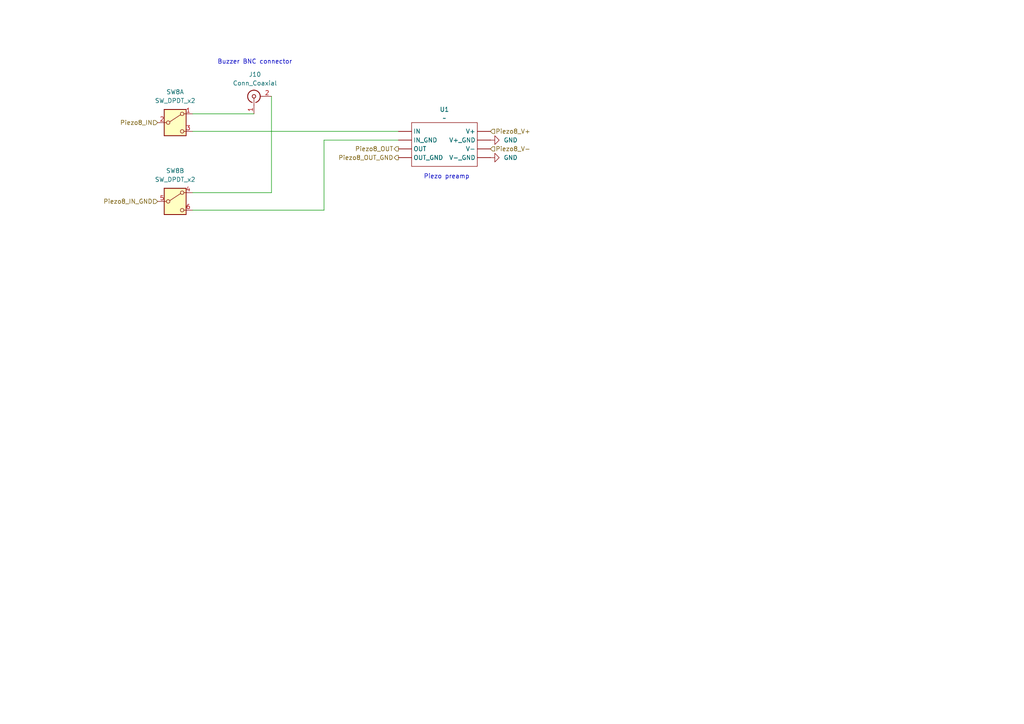
<source format=kicad_sch>
(kicad_sch
	(version 20231120)
	(generator "eeschema")
	(generator_version "8.0")
	(uuid "25a336f1-e101-46ae-9408-614cb1d231f6")
	(paper "A4")
	(title_block
		(title "Piezo fuse box")
		(date "2024-06-21")
		(rev "v0")
		(company "SBC")
		(comment 1 "Zhiheng Sheng")
	)
	(lib_symbols
		(symbol "Connector:Conn_Coaxial"
			(pin_names
				(offset 1.016) hide)
			(exclude_from_sim no)
			(in_bom yes)
			(on_board yes)
			(property "Reference" "J"
				(at 0.254 3.048 0)
				(effects
					(font
						(size 1.27 1.27)
					)
				)
			)
			(property "Value" "Conn_Coaxial"
				(at 2.921 0 90)
				(effects
					(font
						(size 1.27 1.27)
					)
				)
			)
			(property "Footprint" ""
				(at 0 0 0)
				(effects
					(font
						(size 1.27 1.27)
					)
					(hide yes)
				)
			)
			(property "Datasheet" "~"
				(at 0 0 0)
				(effects
					(font
						(size 1.27 1.27)
					)
					(hide yes)
				)
			)
			(property "Description" "coaxial connector (BNC, SMA, SMB, SMC, Cinch/RCA, LEMO, ...)"
				(at 0 0 0)
				(effects
					(font
						(size 1.27 1.27)
					)
					(hide yes)
				)
			)
			(property "ki_keywords" "BNC SMA SMB SMC LEMO coaxial connector CINCH RCA MCX MMCX U.FL UMRF"
				(at 0 0 0)
				(effects
					(font
						(size 1.27 1.27)
					)
					(hide yes)
				)
			)
			(property "ki_fp_filters" "*BNC* *SMA* *SMB* *SMC* *Cinch* *LEMO* *UMRF* *MCX* *U.FL*"
				(at 0 0 0)
				(effects
					(font
						(size 1.27 1.27)
					)
					(hide yes)
				)
			)
			(symbol "Conn_Coaxial_0_1"
				(arc
					(start -1.778 -0.508)
					(mid 0.2311 -1.8066)
					(end 1.778 0)
					(stroke
						(width 0.254)
						(type default)
					)
					(fill
						(type none)
					)
				)
				(polyline
					(pts
						(xy -2.54 0) (xy -0.508 0)
					)
					(stroke
						(width 0)
						(type default)
					)
					(fill
						(type none)
					)
				)
				(polyline
					(pts
						(xy 0 -2.54) (xy 0 -1.778)
					)
					(stroke
						(width 0)
						(type default)
					)
					(fill
						(type none)
					)
				)
				(circle
					(center 0 0)
					(radius 0.508)
					(stroke
						(width 0.2032)
						(type default)
					)
					(fill
						(type none)
					)
				)
				(arc
					(start 1.778 0)
					(mid 0.2099 1.8101)
					(end -1.778 0.508)
					(stroke
						(width 0.254)
						(type default)
					)
					(fill
						(type none)
					)
				)
			)
			(symbol "Conn_Coaxial_1_1"
				(pin passive line
					(at -5.08 0 0)
					(length 2.54)
					(name "In"
						(effects
							(font
								(size 1.27 1.27)
							)
						)
					)
					(number "1"
						(effects
							(font
								(size 1.27 1.27)
							)
						)
					)
				)
				(pin passive line
					(at 0 -5.08 90)
					(length 2.54)
					(name "Ext"
						(effects
							(font
								(size 1.27 1.27)
							)
						)
					)
					(number "2"
						(effects
							(font
								(size 1.27 1.27)
							)
						)
					)
				)
			)
		)
		(symbol "Switch:SW_DPDT_x2"
			(pin_names
				(offset 0) hide)
			(exclude_from_sim no)
			(in_bom yes)
			(on_board yes)
			(property "Reference" "SW"
				(at 0 5.08 0)
				(effects
					(font
						(size 1.27 1.27)
					)
				)
			)
			(property "Value" "SW_DPDT_x2"
				(at 0 -5.08 0)
				(effects
					(font
						(size 1.27 1.27)
					)
				)
			)
			(property "Footprint" ""
				(at 0 0 0)
				(effects
					(font
						(size 1.27 1.27)
					)
					(hide yes)
				)
			)
			(property "Datasheet" "~"
				(at 0 0 0)
				(effects
					(font
						(size 1.27 1.27)
					)
					(hide yes)
				)
			)
			(property "Description" "Switch, dual pole double throw, separate symbols"
				(at 0 0 0)
				(effects
					(font
						(size 1.27 1.27)
					)
					(hide yes)
				)
			)
			(property "ki_keywords" "switch dual-pole double-throw DPDT spdt ON-ON"
				(at 0 0 0)
				(effects
					(font
						(size 1.27 1.27)
					)
					(hide yes)
				)
			)
			(property "ki_fp_filters" "SW*DPDT*"
				(at 0 0 0)
				(effects
					(font
						(size 1.27 1.27)
					)
					(hide yes)
				)
			)
			(symbol "SW_DPDT_x2_0_0"
				(circle
					(center -2.032 0)
					(radius 0.508)
					(stroke
						(width 0)
						(type default)
					)
					(fill
						(type none)
					)
				)
				(circle
					(center 2.032 -2.54)
					(radius 0.508)
					(stroke
						(width 0)
						(type default)
					)
					(fill
						(type none)
					)
				)
			)
			(symbol "SW_DPDT_x2_0_1"
				(rectangle
					(start -3.175 3.81)
					(end 3.175 -3.81)
					(stroke
						(width 0.254)
						(type default)
					)
					(fill
						(type background)
					)
				)
				(polyline
					(pts
						(xy -1.524 0.254) (xy 1.5748 2.286)
					)
					(stroke
						(width 0)
						(type default)
					)
					(fill
						(type none)
					)
				)
				(circle
					(center 2.032 2.54)
					(radius 0.508)
					(stroke
						(width 0)
						(type default)
					)
					(fill
						(type none)
					)
				)
			)
			(symbol "SW_DPDT_x2_1_1"
				(pin passive line
					(at 5.08 2.54 180)
					(length 2.54)
					(name "A"
						(effects
							(font
								(size 1.27 1.27)
							)
						)
					)
					(number "1"
						(effects
							(font
								(size 1.27 1.27)
							)
						)
					)
				)
				(pin passive line
					(at -5.08 0 0)
					(length 2.54)
					(name "B"
						(effects
							(font
								(size 1.27 1.27)
							)
						)
					)
					(number "2"
						(effects
							(font
								(size 1.27 1.27)
							)
						)
					)
				)
				(pin passive line
					(at 5.08 -2.54 180)
					(length 2.54)
					(name "C"
						(effects
							(font
								(size 1.27 1.27)
							)
						)
					)
					(number "3"
						(effects
							(font
								(size 1.27 1.27)
							)
						)
					)
				)
			)
			(symbol "SW_DPDT_x2_2_1"
				(pin passive line
					(at 5.08 2.54 180)
					(length 2.54)
					(name "A"
						(effects
							(font
								(size 1.27 1.27)
							)
						)
					)
					(number "4"
						(effects
							(font
								(size 1.27 1.27)
							)
						)
					)
				)
				(pin passive line
					(at -5.08 0 0)
					(length 2.54)
					(name "B"
						(effects
							(font
								(size 1.27 1.27)
							)
						)
					)
					(number "5"
						(effects
							(font
								(size 1.27 1.27)
							)
						)
					)
				)
				(pin passive line
					(at 5.08 -2.54 180)
					(length 2.54)
					(name "C"
						(effects
							(font
								(size 1.27 1.27)
							)
						)
					)
					(number "6"
						(effects
							(font
								(size 1.27 1.27)
							)
						)
					)
				)
			)
		)
		(symbol "led_driver:Piezo_Preamp"
			(exclude_from_sim no)
			(in_bom yes)
			(on_board yes)
			(property "Reference" "U"
				(at 0 7.62 0)
				(effects
					(font
						(size 1.27 1.27)
					)
				)
			)
			(property "Value" ""
				(at -3.81 7.62 0)
				(effects
					(font
						(size 1.27 1.27)
					)
				)
			)
			(property "Footprint" ""
				(at -3.81 7.62 0)
				(effects
					(font
						(size 1.27 1.27)
					)
					(hide yes)
				)
			)
			(property "Datasheet" ""
				(at -3.81 7.62 0)
				(effects
					(font
						(size 1.27 1.27)
					)
					(hide yes)
				)
			)
			(property "Description" ""
				(at -3.81 7.62 0)
				(effects
					(font
						(size 1.27 1.27)
					)
					(hide yes)
				)
			)
			(symbol "Piezo_Preamp_0_1"
				(rectangle
					(start -10.16 6.35)
					(end 8.89 -6.35)
					(stroke
						(width 0)
						(type default)
					)
					(fill
						(type none)
					)
				)
			)
			(symbol "Piezo_Preamp_1_1"
				(pin input line
					(at -13.97 3.81 0)
					(length 3.81)
					(name "IN"
						(effects
							(font
								(size 1.27 1.27)
							)
						)
					)
					(number ""
						(effects
							(font
								(size 1.27 1.27)
							)
						)
					)
				)
				(pin input line
					(at -13.97 1.27 0)
					(length 3.81)
					(name "IN_GND"
						(effects
							(font
								(size 1.27 1.27)
							)
						)
					)
					(number ""
						(effects
							(font
								(size 1.27 1.27)
							)
						)
					)
				)
				(pin input line
					(at -13.97 -1.27 0)
					(length 3.81)
					(name "OUT"
						(effects
							(font
								(size 1.27 1.27)
							)
						)
					)
					(number ""
						(effects
							(font
								(size 1.27 1.27)
							)
						)
					)
				)
				(pin input line
					(at -13.97 -3.81 0)
					(length 3.81)
					(name "OUT_GND"
						(effects
							(font
								(size 1.27 1.27)
							)
						)
					)
					(number ""
						(effects
							(font
								(size 1.27 1.27)
							)
						)
					)
				)
				(pin input line
					(at 12.7 3.81 180)
					(length 3.81)
					(name "V+"
						(effects
							(font
								(size 1.27 1.27)
							)
						)
					)
					(number ""
						(effects
							(font
								(size 1.27 1.27)
							)
						)
					)
				)
				(pin input line
					(at 12.7 1.27 180)
					(length 3.81)
					(name "V+_GND"
						(effects
							(font
								(size 1.27 1.27)
							)
						)
					)
					(number ""
						(effects
							(font
								(size 1.27 1.27)
							)
						)
					)
				)
				(pin input line
					(at 12.7 -1.27 180)
					(length 3.81)
					(name "V-"
						(effects
							(font
								(size 1.27 1.27)
							)
						)
					)
					(number ""
						(effects
							(font
								(size 1.27 1.27)
							)
						)
					)
				)
				(pin input line
					(at 12.7 -3.81 180)
					(length 3.81)
					(name "V-_GND"
						(effects
							(font
								(size 1.27 1.27)
							)
						)
					)
					(number ""
						(effects
							(font
								(size 1.27 1.27)
							)
						)
					)
				)
			)
		)
		(symbol "power:GND"
			(power)
			(pin_numbers hide)
			(pin_names
				(offset 0) hide)
			(exclude_from_sim no)
			(in_bom yes)
			(on_board yes)
			(property "Reference" "#PWR"
				(at 0 -6.35 0)
				(effects
					(font
						(size 1.27 1.27)
					)
					(hide yes)
				)
			)
			(property "Value" "GND"
				(at 0 -3.81 0)
				(effects
					(font
						(size 1.27 1.27)
					)
				)
			)
			(property "Footprint" ""
				(at 0 0 0)
				(effects
					(font
						(size 1.27 1.27)
					)
					(hide yes)
				)
			)
			(property "Datasheet" ""
				(at 0 0 0)
				(effects
					(font
						(size 1.27 1.27)
					)
					(hide yes)
				)
			)
			(property "Description" "Power symbol creates a global label with name \"GND\" , ground"
				(at 0 0 0)
				(effects
					(font
						(size 1.27 1.27)
					)
					(hide yes)
				)
			)
			(property "ki_keywords" "global power"
				(at 0 0 0)
				(effects
					(font
						(size 1.27 1.27)
					)
					(hide yes)
				)
			)
			(symbol "GND_0_1"
				(polyline
					(pts
						(xy 0 0) (xy 0 -1.27) (xy 1.27 -1.27) (xy 0 -2.54) (xy -1.27 -1.27) (xy 0 -1.27)
					)
					(stroke
						(width 0)
						(type default)
					)
					(fill
						(type none)
					)
				)
			)
			(symbol "GND_1_1"
				(pin power_in line
					(at 0 0 270)
					(length 0)
					(name "~"
						(effects
							(font
								(size 1.27 1.27)
							)
						)
					)
					(number "1"
						(effects
							(font
								(size 1.27 1.27)
							)
						)
					)
				)
			)
		)
	)
	(wire
		(pts
			(xy 93.98 40.64) (xy 93.98 60.96)
		)
		(stroke
			(width 0)
			(type default)
		)
		(uuid "1da7545a-29eb-47a1-9e6c-8f537fe870a1")
	)
	(wire
		(pts
			(xy 78.74 55.88) (xy 55.88 55.88)
		)
		(stroke
			(width 0)
			(type default)
		)
		(uuid "2aae30ad-e607-47fe-a8ff-f661078d7e67")
	)
	(wire
		(pts
			(xy 55.88 60.96) (xy 93.98 60.96)
		)
		(stroke
			(width 0)
			(type default)
		)
		(uuid "372409f4-2f39-4b8d-a3f7-c3f8c160d423")
	)
	(wire
		(pts
			(xy 115.57 40.64) (xy 93.98 40.64)
		)
		(stroke
			(width 0)
			(type default)
		)
		(uuid "44ccb31c-612c-4aa6-9321-5f132429e47d")
	)
	(wire
		(pts
			(xy 55.88 38.1) (xy 115.57 38.1)
		)
		(stroke
			(width 0)
			(type default)
		)
		(uuid "55d99bb7-4223-4f60-97ad-a5199d85cc5f")
	)
	(wire
		(pts
			(xy 78.74 27.94) (xy 78.74 55.88)
		)
		(stroke
			(width 0)
			(type default)
		)
		(uuid "f2f6fe47-a9f9-46ea-8a3a-ef3651e1be6b")
	)
	(wire
		(pts
			(xy 55.88 33.02) (xy 73.66 33.02)
		)
		(stroke
			(width 0)
			(type default)
		)
		(uuid "f9251a1b-5e9e-41d6-9e64-09b87c2640ab")
	)
	(text "Buzzer BNC connector"
		(exclude_from_sim no)
		(at 73.914 18.034 0)
		(effects
			(font
				(size 1.27 1.27)
			)
		)
		(uuid "01682e2b-4b6a-440d-a191-85e384aae2b9")
	)
	(text "Piezo preamp"
		(exclude_from_sim no)
		(at 129.54 51.308 0)
		(effects
			(font
				(size 1.27 1.27)
			)
		)
		(uuid "d0855cc9-9087-4180-88a4-bcb1774f26db")
	)
	(hierarchical_label "Piezo8_V+"
		(shape input)
		(at 142.24 38.1 0)
		(fields_autoplaced yes)
		(effects
			(font
				(size 1.27 1.27)
			)
			(justify left)
		)
		(uuid "0ba5a44f-eedd-4469-8e85-0cbcc76e05b0")
	)
	(hierarchical_label "Piezo8_OUT_GND"
		(shape output)
		(at 115.57 45.72 180)
		(fields_autoplaced yes)
		(effects
			(font
				(size 1.27 1.27)
			)
			(justify right)
		)
		(uuid "35c5809d-5463-4a77-a401-7c7c2de8f514")
	)
	(hierarchical_label "Piezo8_OUT"
		(shape output)
		(at 115.57 43.18 180)
		(fields_autoplaced yes)
		(effects
			(font
				(size 1.27 1.27)
			)
			(justify right)
		)
		(uuid "682cf223-c4f4-409b-b4db-fbdd84b61a9f")
	)
	(hierarchical_label "Piezo8_IN"
		(shape input)
		(at 45.72 35.56 180)
		(fields_autoplaced yes)
		(effects
			(font
				(size 1.27 1.27)
			)
			(justify right)
		)
		(uuid "83edc5de-303a-4079-8d88-9a69dfaa2cb9")
	)
	(hierarchical_label "Piezo8_V-"
		(shape input)
		(at 142.24 43.18 0)
		(fields_autoplaced yes)
		(effects
			(font
				(size 1.27 1.27)
			)
			(justify left)
		)
		(uuid "f73ba434-5633-425d-873a-6fcc23752edf")
	)
	(hierarchical_label "Piezo8_IN_GND"
		(shape input)
		(at 45.72 58.42 180)
		(fields_autoplaced yes)
		(effects
			(font
				(size 1.27 1.27)
			)
			(justify right)
		)
		(uuid "f8051ab7-4f20-4282-9327-590f5ba46142")
	)
	(symbol
		(lib_id "power:GND")
		(at 142.24 45.72 90)
		(unit 1)
		(exclude_from_sim no)
		(in_bom yes)
		(on_board yes)
		(dnp no)
		(fields_autoplaced yes)
		(uuid "39cdb755-e9b8-444c-8811-ac753d8f1d9c")
		(property "Reference" "#PWR026"
			(at 148.59 45.72 0)
			(effects
				(font
					(size 1.27 1.27)
				)
				(hide yes)
			)
		)
		(property "Value" "GND"
			(at 146.05 45.7199 90)
			(effects
				(font
					(size 1.27 1.27)
				)
				(justify right)
			)
		)
		(property "Footprint" ""
			(at 142.24 45.72 0)
			(effects
				(font
					(size 1.27 1.27)
				)
				(hide yes)
			)
		)
		(property "Datasheet" ""
			(at 142.24 45.72 0)
			(effects
				(font
					(size 1.27 1.27)
				)
				(hide yes)
			)
		)
		(property "Description" "Power symbol creates a global label with name \"GND\" , ground"
			(at 142.24 45.72 0)
			(effects
				(font
					(size 1.27 1.27)
				)
				(hide yes)
			)
		)
		(pin "1"
			(uuid "121626f0-bba4-4b9f-8f8c-a03fbf0d7a61")
		)
		(instances
			(project "piezo_fuse_box"
				(path "/b2bf96dd-c53b-4c67-a44e-e13de2f06829/cf84b5aa-23ef-4c07-8848-f5ca69bb0763"
					(reference "#PWR026")
					(unit 1)
				)
			)
		)
	)
	(symbol
		(lib_id "Connector:Conn_Coaxial")
		(at 73.66 27.94 90)
		(unit 1)
		(exclude_from_sim no)
		(in_bom yes)
		(on_board yes)
		(dnp no)
		(fields_autoplaced yes)
		(uuid "b72f68e1-beaa-438b-9f08-50f44b98d1fe")
		(property "Reference" "J10"
			(at 73.9532 21.59 90)
			(effects
				(font
					(size 1.27 1.27)
				)
			)
		)
		(property "Value" "Conn_Coaxial"
			(at 73.9532 24.13 90)
			(effects
				(font
					(size 1.27 1.27)
				)
			)
		)
		(property "Footprint" ""
			(at 73.66 27.94 0)
			(effects
				(font
					(size 1.27 1.27)
				)
				(hide yes)
			)
		)
		(property "Datasheet" "~"
			(at 73.66 27.94 0)
			(effects
				(font
					(size 1.27 1.27)
				)
				(hide yes)
			)
		)
		(property "Description" "coaxial connector (BNC, SMA, SMB, SMC, Cinch/RCA, LEMO, ...)"
			(at 73.66 27.94 0)
			(effects
				(font
					(size 1.27 1.27)
				)
				(hide yes)
			)
		)
		(pin "1"
			(uuid "8bbf3c2d-1a69-43fd-97ee-ce56d9dd2af9")
		)
		(pin "2"
			(uuid "35710d4a-0c8d-4acb-b7c8-34f8a4a4264f")
		)
		(instances
			(project ""
				(path "/b2bf96dd-c53b-4c67-a44e-e13de2f06829/cf84b5aa-23ef-4c07-8848-f5ca69bb0763"
					(reference "J10")
					(unit 1)
				)
			)
		)
	)
	(symbol
		(lib_id "led_driver:Piezo_Preamp")
		(at 129.54 41.91 0)
		(unit 1)
		(exclude_from_sim no)
		(in_bom yes)
		(on_board yes)
		(dnp no)
		(fields_autoplaced yes)
		(uuid "bf790be2-14f4-47a1-a3a9-4b38e1d7f200")
		(property "Reference" "U1"
			(at 128.905 31.75 0)
			(effects
				(font
					(size 1.27 1.27)
				)
			)
		)
		(property "Value" "~"
			(at 128.905 34.29 0)
			(effects
				(font
					(size 1.27 1.27)
				)
			)
		)
		(property "Footprint" ""
			(at 125.73 34.29 0)
			(effects
				(font
					(size 1.27 1.27)
				)
				(hide yes)
			)
		)
		(property "Datasheet" ""
			(at 125.73 34.29 0)
			(effects
				(font
					(size 1.27 1.27)
				)
				(hide yes)
			)
		)
		(property "Description" ""
			(at 125.73 34.29 0)
			(effects
				(font
					(size 1.27 1.27)
				)
				(hide yes)
			)
		)
		(pin ""
			(uuid "cb15470a-82b5-4477-b128-276fe9108fba")
		)
		(pin ""
			(uuid "4646aed4-8060-44df-8620-ca8ee92660b9")
		)
		(pin ""
			(uuid "d0f87e1f-5257-4f5d-a4d9-d3fba9dc7d94")
		)
		(pin ""
			(uuid "5003c272-63c5-43bc-967c-b853e91ce07b")
		)
		(pin ""
			(uuid "b61732eb-87d4-475d-a3fd-958413fb28ca")
		)
		(pin ""
			(uuid "3e7ba0b8-443f-4911-ab2c-4f18d453e2be")
		)
		(pin ""
			(uuid "fc7d9619-32fc-4717-bc59-899c9b0f714c")
		)
		(pin ""
			(uuid "69db8706-fefc-433c-b1c9-f1c7ca9e00f7")
		)
		(instances
			(project ""
				(path "/b2bf96dd-c53b-4c67-a44e-e13de2f06829/cf84b5aa-23ef-4c07-8848-f5ca69bb0763"
					(reference "U1")
					(unit 1)
				)
			)
		)
	)
	(symbol
		(lib_id "power:GND")
		(at 142.24 40.64 90)
		(unit 1)
		(exclude_from_sim no)
		(in_bom yes)
		(on_board yes)
		(dnp no)
		(fields_autoplaced yes)
		(uuid "d1013c9b-d428-4722-b3e1-81c4431bb50d")
		(property "Reference" "#PWR025"
			(at 148.59 40.64 0)
			(effects
				(font
					(size 1.27 1.27)
				)
				(hide yes)
			)
		)
		(property "Value" "GND"
			(at 146.05 40.6399 90)
			(effects
				(font
					(size 1.27 1.27)
				)
				(justify right)
			)
		)
		(property "Footprint" ""
			(at 142.24 40.64 0)
			(effects
				(font
					(size 1.27 1.27)
				)
				(hide yes)
			)
		)
		(property "Datasheet" ""
			(at 142.24 40.64 0)
			(effects
				(font
					(size 1.27 1.27)
				)
				(hide yes)
			)
		)
		(property "Description" "Power symbol creates a global label with name \"GND\" , ground"
			(at 142.24 40.64 0)
			(effects
				(font
					(size 1.27 1.27)
				)
				(hide yes)
			)
		)
		(pin "1"
			(uuid "41f3b606-81a2-454b-8f25-0c59b0570aff")
		)
		(instances
			(project ""
				(path "/b2bf96dd-c53b-4c67-a44e-e13de2f06829/cf84b5aa-23ef-4c07-8848-f5ca69bb0763"
					(reference "#PWR025")
					(unit 1)
				)
			)
		)
	)
	(symbol
		(lib_id "Switch:SW_DPDT_x2")
		(at 50.8 35.56 0)
		(unit 1)
		(exclude_from_sim no)
		(in_bom yes)
		(on_board yes)
		(dnp no)
		(fields_autoplaced yes)
		(uuid "f6fb35f9-6674-449d-b0ba-f57a062efcea")
		(property "Reference" "SW8"
			(at 50.8 26.67 0)
			(effects
				(font
					(size 1.27 1.27)
				)
			)
		)
		(property "Value" "SW_DPDT_x2"
			(at 50.8 29.21 0)
			(effects
				(font
					(size 1.27 1.27)
				)
			)
		)
		(property "Footprint" ""
			(at 50.8 35.56 0)
			(effects
				(font
					(size 1.27 1.27)
				)
				(hide yes)
			)
		)
		(property "Datasheet" "~"
			(at 50.8 35.56 0)
			(effects
				(font
					(size 1.27 1.27)
				)
				(hide yes)
			)
		)
		(property "Description" "Switch, dual pole double throw, separate symbols"
			(at 50.8 35.56 0)
			(effects
				(font
					(size 1.27 1.27)
				)
				(hide yes)
			)
		)
		(pin "3"
			(uuid "0c74997e-78f6-4926-8bbf-ed1ab115b254")
		)
		(pin "4"
			(uuid "d5d29028-ae1f-4b47-9051-4fe915c7492d")
		)
		(pin "1"
			(uuid "771b3c1c-840e-44fb-ae86-79f6c6a0a6a7")
		)
		(pin "6"
			(uuid "2a797c52-1a42-4262-b0c7-1e49b5cebaa8")
		)
		(pin "2"
			(uuid "c2c646d5-51ba-42fa-b752-c4da5cb92b7e")
		)
		(pin "5"
			(uuid "76a4163e-ba35-4940-b246-7ff3cdbc8f13")
		)
		(instances
			(project ""
				(path "/b2bf96dd-c53b-4c67-a44e-e13de2f06829/cf84b5aa-23ef-4c07-8848-f5ca69bb0763"
					(reference "SW8")
					(unit 1)
				)
			)
		)
	)
	(symbol
		(lib_id "Switch:SW_DPDT_x2")
		(at 50.8 58.42 0)
		(unit 2)
		(exclude_from_sim no)
		(in_bom yes)
		(on_board yes)
		(dnp no)
		(fields_autoplaced yes)
		(uuid "f7771514-42d0-4818-a619-2df6df3837bd")
		(property "Reference" "SW8"
			(at 50.8 49.53 0)
			(effects
				(font
					(size 1.27 1.27)
				)
			)
		)
		(property "Value" "SW_DPDT_x2"
			(at 50.8 52.07 0)
			(effects
				(font
					(size 1.27 1.27)
				)
			)
		)
		(property "Footprint" ""
			(at 50.8 58.42 0)
			(effects
				(font
					(size 1.27 1.27)
				)
				(hide yes)
			)
		)
		(property "Datasheet" "~"
			(at 50.8 58.42 0)
			(effects
				(font
					(size 1.27 1.27)
				)
				(hide yes)
			)
		)
		(property "Description" "Switch, dual pole double throw, separate symbols"
			(at 50.8 58.42 0)
			(effects
				(font
					(size 1.27 1.27)
				)
				(hide yes)
			)
		)
		(pin "3"
			(uuid "0c74997e-78f6-4926-8bbf-ed1ab115b255")
		)
		(pin "4"
			(uuid "d5d29028-ae1f-4b47-9051-4fe915c7492e")
		)
		(pin "1"
			(uuid "771b3c1c-840e-44fb-ae86-79f6c6a0a6a8")
		)
		(pin "6"
			(uuid "2a797c52-1a42-4262-b0c7-1e49b5cebaa9")
		)
		(pin "2"
			(uuid "c2c646d5-51ba-42fa-b752-c4da5cb92b7f")
		)
		(pin "5"
			(uuid "76a4163e-ba35-4940-b246-7ff3cdbc8f14")
		)
		(instances
			(project ""
				(path "/b2bf96dd-c53b-4c67-a44e-e13de2f06829/cf84b5aa-23ef-4c07-8848-f5ca69bb0763"
					(reference "SW8")
					(unit 2)
				)
			)
		)
	)
)

</source>
